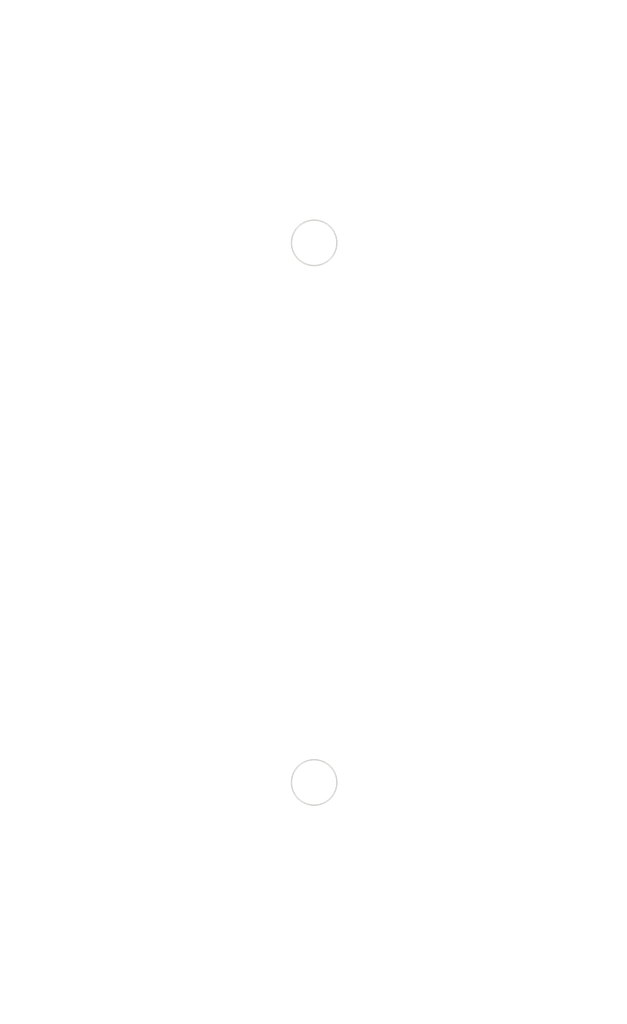
<source format=kicad_pcb>
(kicad_pcb (version 4) (host pcbnew 4.0.5+dfsg1-4)

  (general
    (links 0)
    (no_connects 0)
    (area 0 0 0 0)
    (thickness 1.6)
    (drawings 19)
    (tracks 0)
    (zones 0)
    (modules 0)
    (nets 1)
  )

  (page A4)
  (layers
    (0 F.Cu signal)
    (31 B.Cu signal)
    (32 B.Adhes user)
    (33 F.Adhes user)
    (34 B.Paste user)
    (35 F.Paste user)
    (36 B.SilkS user)
    (37 F.SilkS user)
    (38 B.Mask user)
    (39 F.Mask user)
    (40 Dwgs.User user)
    (41 Cmts.User user)
    (42 Eco1.User user)
    (43 Eco2.User user)
    (44 Edge.Cuts user)
    (45 Margin user)
    (46 B.CrtYd user)
    (47 F.CrtYd user)
    (48 B.Fab user)
    (49 F.Fab user)
  )

  (setup
    (last_trace_width 0.25)
    (trace_clearance 0.2)
    (zone_clearance 0.508)
    (zone_45_only no)
    (trace_min 0.2)
    (segment_width 0.2)
    (edge_width 0.15)
    (via_size 0.6)
    (via_drill 0.4)
    (via_min_size 0.4)
    (via_min_drill 0.3)
    (uvia_size 0.3)
    (uvia_drill 0.1)
    (uvias_allowed no)
    (uvia_min_size 0.2)
    (uvia_min_drill 0.1)
    (pcb_text_width 0.3)
    (pcb_text_size 1.5 1.5)
    (mod_edge_width 0.15)
    (mod_text_size 1 1)
    (mod_text_width 0.15)
    (pad_size 1.524 1.524)
    (pad_drill 0.762)
    (pad_to_mask_clearance 0.2)
    (aux_axis_origin 0 0)
    (visible_elements FFFFFF7F)
    (pcbplotparams
      (layerselection 0x00030_80000001)
      (usegerberextensions false)
      (excludeedgelayer true)
      (linewidth 0.100000)
      (plotframeref false)
      (viasonmask false)
      (mode 1)
      (useauxorigin false)
      (hpglpennumber 1)
      (hpglpenspeed 20)
      (hpglpendiameter 15)
      (hpglpenoverlay 2)
      (psnegative false)
      (psa4output false)
      (plotreference true)
      (plotvalue true)
      (plotinvisibletext false)
      (padsonsilk false)
      (subtractmaskfromsilk false)
      (outputformat 1)
      (mirror false)
      (drillshape 1)
      (scaleselection 1)
      (outputdirectory ""))
  )

  (net 0 "")

  (net_class Default "This is the default net class."
    (clearance 0.2)
    (trace_width 0.25)
    (via_dia 0.6)
    (via_drill 0.4)
    (uvia_dia 0.3)
    (uvia_drill 0.1)
  )

  (gr_line (start 128.27 89.027) (end 128.27 99.187) (layer Cmts.User) (width 0.2))
  (gr_arc (start 130.81 99.187) (end 130.81 101.727) (angle 90) (layer Cmts.User) (width 0.2) (tstamp 5BD51E98))
  (gr_arc (start 130.81 89.027) (end 128.27 89.027) (angle 90) (layer Cmts.User) (width 0.2) (tstamp 5BD51E62))
  (gr_line (start 157.48 86.487) (end 130.81 86.487) (layer Cmts.User) (width 0.2) (tstamp 5BD51E58))
  (gr_line (start 157.48 101.727) (end 130.81 101.727) (layer Cmts.User) (width 0.2) (tstamp 5BD51E28))
  (gr_arc (start 157.48 83.947) (end 157.48 81.407) (angle 180) (layer Cmts.User) (width 0.2) (tstamp 5BD51E13))
  (gr_arc (start 157.48 104.267) (end 157.48 101.727) (angle 180) (layer Cmts.User) (width 0.2))
  (gr_line (start 157.48 106.807) (end 130.81 106.807) (layer Cmts.User) (width 0.2))
  (gr_line (start 157.48 81.407) (end 130.81 81.407) (layer Cmts.User) (width 0.2))
  (gr_line (start 177.546 151.257) (end 177.673 36.957) (layer Eco1.User) (width 0.2) (tstamp 5BD518CC))
  (gr_line (start 107.696 151.257) (end 107.696 36.957) (layer Eco1.User) (width 0.2))
  (gr_line (start 107.696 151.257) (end 177.546 151.257) (layer Eco1.User) (width 0.2) (tstamp 5BD518B0))
  (gr_line (start 107.696 36.957) (end 177.673 36.957) (layer Eco1.User) (width 0.2))
  (gr_line (start 137.922 106.807) (end 137.922 81.407) (layer Eco1.User) (width 0.2))
  (gr_line (start 147.574 106.807) (end 137.922 106.807) (layer Eco1.User) (width 0.2))
  (gr_line (start 147.574 81.407) (end 147.574 106.807) (layer Eco1.User) (width 0.2))
  (gr_line (start 137.922 81.407) (end 147.574 81.407) (layer Eco1.User) (width 0.2))
  (gr_circle (center 142.748 124.333) (end 142.748 121.793) (layer Edge.Cuts) (width 0.15) (tstamp 5BD516A1))
  (gr_circle (center 142.748 64.008) (end 142.748 61.468) (layer Edge.Cuts) (width 0.15))

)

</source>
